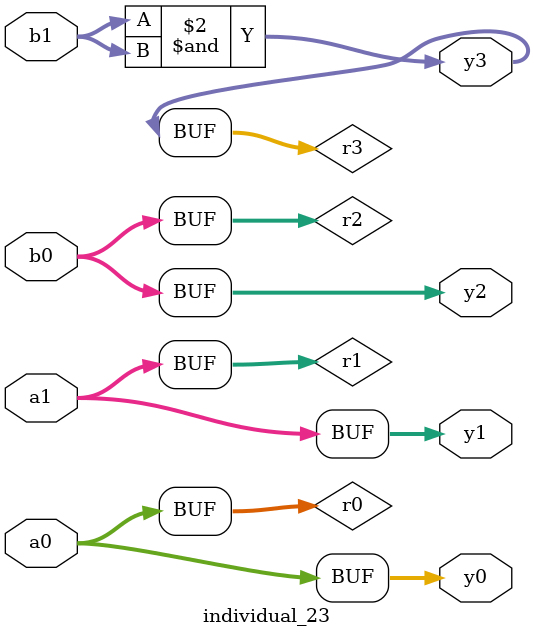
<source format=sv>
module individual_23(input logic [15:0] a1, input logic [15:0] a0, input logic [15:0] b1, input logic [15:0] b0, output logic [15:0] y3, output logic [15:0] y2, output logic [15:0] y1, output logic [15:0] y0);
logic [15:0] r0, r1, r2, r3; 
 always@(*) begin 
	 r0 = a0; r1 = a1; r2 = b0; r3 = b1; 
 	 r3  &=  r3 ;
 	 y3 = r3; y2 = r2; y1 = r1; y0 = r0; 
end
endmodule
</source>
